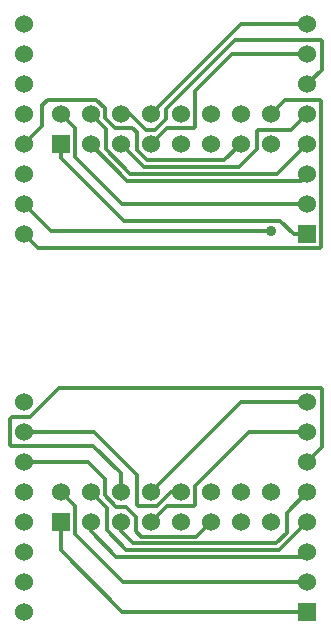
<source format=gbl>
G04 (created by PCBNEW-RS274X (2011-aug-04)-testing) date Wed 17 Apr 2013 04:11:37 PM PDT*
G01*
G70*
G90*
%MOIN*%
G04 Gerber Fmt 3.4, Leading zero omitted, Abs format*
%FSLAX34Y34*%
G04 APERTURE LIST*
%ADD10C,0.006000*%
%ADD11C,0.060000*%
%ADD12R,0.060000X0.060000*%
%ADD13C,0.035000*%
%ADD14C,0.012000*%
G04 APERTURE END LIST*
G54D10*
G54D11*
X21575Y-35397D03*
X21575Y-36397D03*
X21575Y-37397D03*
X21575Y-38397D03*
X21575Y-39397D03*
X21575Y-40397D03*
X21575Y-41397D03*
X21575Y-42397D03*
G54D12*
X31024Y-42397D03*
G54D11*
X31024Y-41397D03*
X31024Y-40397D03*
X31024Y-39397D03*
X31024Y-38397D03*
X31024Y-37397D03*
X31024Y-36397D03*
X31024Y-35397D03*
X21575Y-22798D03*
X21575Y-23798D03*
X21575Y-24798D03*
X21575Y-25798D03*
X21575Y-26798D03*
X21575Y-27798D03*
X21575Y-28798D03*
X21575Y-29798D03*
G54D12*
X31024Y-29798D03*
G54D11*
X31024Y-28798D03*
X31024Y-27798D03*
X31024Y-26798D03*
X31024Y-25798D03*
X31024Y-24798D03*
X31024Y-23798D03*
X31024Y-22798D03*
G54D12*
X22799Y-39398D03*
G54D11*
X22799Y-38398D03*
X23799Y-39398D03*
X23799Y-38398D03*
X24799Y-39398D03*
X24799Y-38398D03*
X25799Y-39398D03*
X25799Y-38398D03*
X26799Y-39398D03*
X26799Y-38398D03*
X27799Y-39398D03*
X27799Y-38398D03*
X28799Y-39398D03*
X28799Y-38398D03*
X29799Y-39398D03*
X29799Y-38398D03*
G54D12*
X22799Y-26799D03*
G54D11*
X22799Y-25799D03*
X23799Y-26799D03*
X23799Y-25799D03*
X24799Y-26799D03*
X24799Y-25799D03*
X25799Y-26799D03*
X25799Y-25799D03*
X26799Y-26799D03*
X26799Y-25799D03*
X27799Y-26799D03*
X27799Y-25799D03*
X28799Y-26799D03*
X28799Y-25799D03*
X29799Y-26799D03*
X29799Y-25799D03*
G54D13*
X29799Y-29696D03*
G54D14*
X30801Y-28021D02*
X31024Y-27798D01*
X25021Y-28021D02*
X30801Y-28021D01*
X23799Y-26799D02*
X25021Y-28021D01*
X30024Y-27798D02*
X31024Y-26798D01*
X25115Y-27798D02*
X30024Y-27798D01*
X24299Y-26982D02*
X25115Y-27798D01*
X24299Y-26299D02*
X24299Y-26982D01*
X23799Y-25799D02*
X24299Y-26299D01*
X31501Y-24321D02*
X31024Y-24798D01*
X31501Y-23366D02*
X31501Y-24321D01*
X31467Y-23332D02*
X31501Y-23366D01*
X28612Y-23332D02*
X31467Y-23332D01*
X26299Y-25645D02*
X28612Y-23332D01*
X26299Y-25982D02*
X26299Y-25645D01*
X25946Y-26335D02*
X26299Y-25982D01*
X25631Y-26335D02*
X25946Y-26335D01*
X25095Y-25799D02*
X25631Y-26335D01*
X24799Y-25799D02*
X25095Y-25799D01*
X22473Y-29696D02*
X29799Y-29696D01*
X21575Y-28798D02*
X22473Y-29696D01*
X30279Y-25319D02*
X29799Y-25799D01*
X31454Y-25319D02*
X30279Y-25319D01*
X31488Y-25353D02*
X31454Y-25319D01*
X31488Y-30228D02*
X31488Y-25353D01*
X31454Y-30262D02*
X31488Y-30228D01*
X22039Y-30262D02*
X31454Y-30262D01*
X21575Y-29798D02*
X22039Y-30262D01*
X30862Y-40559D02*
X31024Y-40397D01*
X24656Y-40559D02*
X30862Y-40559D01*
X23799Y-39702D02*
X24656Y-40559D01*
X23799Y-39398D02*
X23799Y-39702D01*
X30085Y-40336D02*
X31024Y-39397D01*
X24990Y-40336D02*
X30085Y-40336D01*
X24333Y-39679D02*
X24990Y-40336D01*
X24333Y-38932D02*
X24333Y-39679D01*
X23799Y-38398D02*
X24333Y-38932D01*
X26482Y-38398D02*
X26799Y-38398D01*
X26016Y-38864D02*
X26482Y-38398D01*
X25367Y-38864D02*
X26016Y-38864D01*
X25333Y-38830D02*
X25367Y-38864D01*
X25333Y-37822D02*
X25333Y-38830D01*
X23908Y-36397D02*
X25333Y-37822D01*
X21575Y-36397D02*
X23908Y-36397D01*
X24799Y-37777D02*
X24799Y-38398D01*
X23885Y-36863D02*
X24799Y-37777D01*
X21133Y-36863D02*
X23885Y-36863D01*
X21099Y-36829D02*
X21133Y-36863D01*
X21099Y-35961D02*
X21099Y-36829D01*
X21163Y-35897D02*
X21099Y-35961D01*
X21777Y-35897D02*
X21163Y-35897D01*
X22742Y-34932D02*
X21777Y-35897D01*
X31469Y-34932D02*
X22742Y-34932D01*
X31503Y-34966D02*
X31469Y-34932D01*
X31503Y-36918D02*
X31503Y-34966D01*
X31024Y-37397D02*
X31503Y-36918D01*
X27308Y-39889D02*
X27799Y-39398D01*
X25485Y-39889D02*
X27308Y-39889D01*
X25299Y-39703D02*
X25485Y-39889D01*
X25299Y-39228D02*
X25299Y-39703D01*
X24960Y-38889D02*
X25299Y-39228D01*
X24634Y-38889D02*
X24960Y-38889D01*
X24263Y-38518D02*
X24634Y-38889D01*
X24263Y-37956D02*
X24263Y-38518D01*
X23704Y-37397D02*
X24263Y-37956D01*
X21575Y-37397D02*
X23704Y-37397D01*
X28247Y-27351D02*
X28799Y-26799D01*
X25668Y-27351D02*
X28247Y-27351D01*
X25333Y-27016D02*
X25668Y-27351D01*
X25333Y-26413D02*
X25333Y-27016D01*
X25183Y-26263D02*
X25333Y-26413D01*
X24600Y-26263D02*
X25183Y-26263D01*
X24263Y-25926D02*
X24600Y-26263D01*
X24263Y-25606D02*
X24263Y-25926D01*
X23992Y-25335D02*
X24263Y-25606D01*
X22368Y-25335D02*
X23992Y-25335D01*
X22187Y-25516D02*
X22368Y-25335D01*
X22187Y-26186D02*
X22187Y-25516D01*
X21575Y-26798D02*
X22187Y-26186D01*
X28800Y-35397D02*
X25799Y-38398D01*
X31024Y-35397D02*
X28800Y-35397D01*
X28800Y-22798D02*
X25799Y-25799D01*
X31024Y-22798D02*
X28800Y-22798D01*
X22799Y-26799D02*
X22799Y-27262D01*
X31024Y-29798D02*
X30561Y-29798D01*
X24855Y-42397D02*
X31024Y-42397D01*
X22799Y-40341D02*
X24855Y-42397D01*
X22799Y-39398D02*
X22799Y-40341D01*
X24895Y-29358D02*
X22799Y-27262D01*
X30121Y-29358D02*
X24895Y-29358D01*
X30561Y-29798D02*
X30121Y-29358D01*
X28517Y-23798D02*
X31024Y-23798D01*
X27263Y-25052D02*
X28517Y-23798D01*
X27263Y-26231D02*
X27263Y-25052D01*
X27229Y-26265D02*
X27263Y-26231D01*
X26333Y-26265D02*
X27229Y-26265D01*
X25799Y-26799D02*
X26333Y-26265D01*
X29069Y-36397D02*
X31024Y-36397D01*
X27265Y-38201D02*
X29069Y-36397D01*
X27265Y-38828D02*
X27265Y-38201D01*
X27231Y-38862D02*
X27265Y-38828D01*
X26335Y-38862D02*
X27231Y-38862D01*
X25799Y-39398D02*
X26335Y-38862D01*
X23263Y-26263D02*
X22799Y-25799D01*
X23263Y-27223D02*
X23263Y-26263D01*
X24838Y-28798D02*
X23263Y-27223D01*
X31024Y-28798D02*
X24838Y-28798D01*
X23263Y-38862D02*
X22799Y-38398D01*
X23263Y-39786D02*
X23263Y-38862D01*
X24874Y-41397D02*
X23263Y-39786D01*
X31024Y-41397D02*
X24874Y-41397D01*
X25575Y-27575D02*
X24799Y-26799D01*
X28732Y-27575D02*
X25575Y-27575D01*
X29333Y-26974D02*
X28732Y-27575D01*
X29333Y-26369D02*
X29333Y-26974D01*
X29367Y-26335D02*
X29333Y-26369D01*
X30487Y-26335D02*
X29367Y-26335D01*
X31024Y-25798D02*
X30487Y-26335D01*
X30333Y-39088D02*
X31024Y-38397D01*
X30333Y-39771D02*
X30333Y-39088D01*
X29991Y-40113D02*
X30333Y-39771D01*
X25194Y-40113D02*
X29991Y-40113D01*
X24799Y-39718D02*
X25194Y-40113D01*
X24799Y-39398D02*
X24799Y-39718D01*
M02*

</source>
